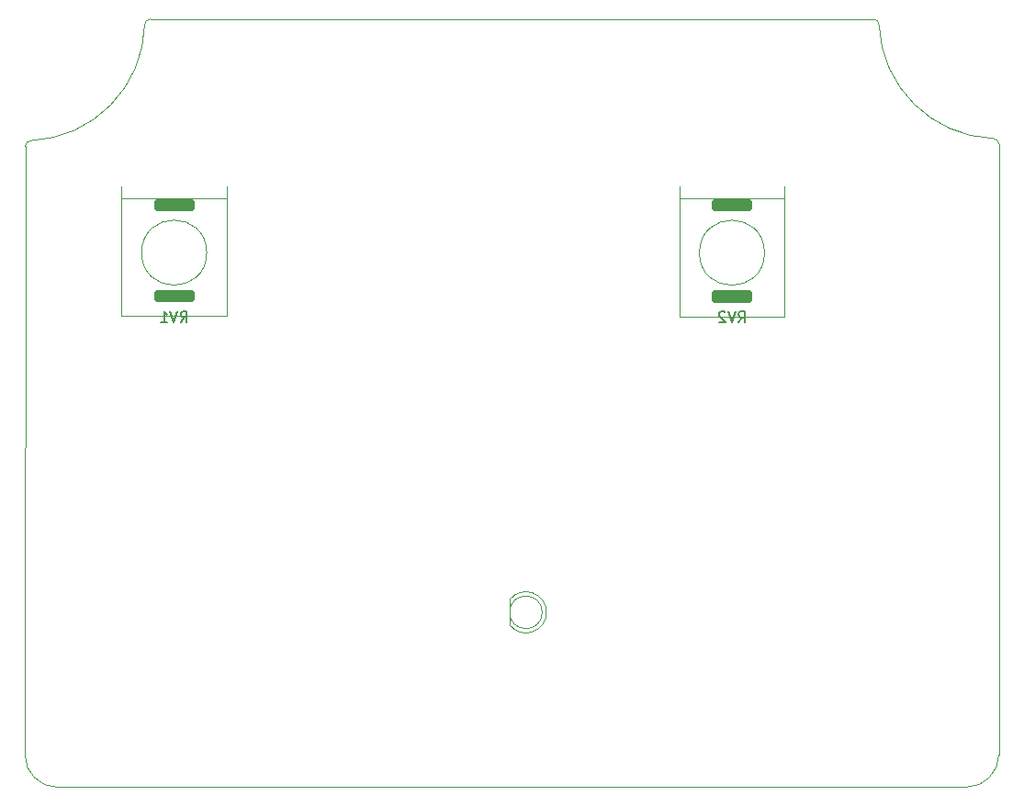
<source format=gbr>
%TF.GenerationSoftware,KiCad,Pcbnew,(6.0.0-0)*%
%TF.CreationDate,2022-01-31T16:21:47-05:00*%
%TF.ProjectId,Valve Wizard Cab Sim,56616c76-6520-4576-997a-617264204361,rev?*%
%TF.SameCoordinates,PX187ff90PY69be500*%
%TF.FileFunction,AssemblyDrawing,Bot*%
%FSLAX46Y46*%
G04 Gerber Fmt 4.6, Leading zero omitted, Abs format (unit mm)*
G04 Created by KiCad (PCBNEW (6.0.0-0)) date 2022-01-31 16:21:47*
%MOMM*%
%LPD*%
G01*
G04 APERTURE LIST*
%TA.AperFunction,Profile*%
%ADD10C,0.100000*%
%TD*%
%ADD11C,0.150000*%
%TA.AperFunction,Profile*%
%ADD12C,0.500000*%
%TD*%
%ADD13C,0.100000*%
G04 APERTURE END LIST*
D10*
X5360000Y11071320D02*
G75*
G03*
X8360000Y8071320I3000001J1D01*
G01*
X95150000Y67390000D02*
G75*
G03*
X94640000Y67900000I-510002J-2D01*
G01*
X5900624Y67700072D02*
G75*
G03*
X5390624Y67190072I2J-510002D01*
G01*
X5360000Y11071320D02*
X5390624Y67190072D01*
X16910624Y78900073D02*
G75*
G03*
X16400624Y78410696I-1J-510434D01*
G01*
X84098752Y78389376D02*
G75*
G03*
X83588752Y78899376I-510002J-2D01*
G01*
X92140000Y8071320D02*
X8360000Y8071320D01*
X5900624Y67700072D02*
G75*
G03*
X16400624Y78410696I-473508J10966267D01*
G01*
X92140000Y8071320D02*
G75*
G03*
X95140000Y11071320I-1J3000001D01*
G01*
X84098752Y78389376D02*
G75*
G03*
X94640000Y67900000I10950523J463299D01*
G01*
X95150000Y67390000D02*
X95140000Y11071320D01*
X16910624Y78900072D02*
X83588752Y78899376D01*
D11*
%TO.C,RV2*%
X71135238Y50937723D02*
X71468571Y51413913D01*
X71706666Y50937723D02*
X71706666Y51937723D01*
X71325714Y51937723D01*
X71230476Y51890103D01*
X71182857Y51842484D01*
X71135238Y51747246D01*
X71135238Y51604389D01*
X71182857Y51509151D01*
X71230476Y51461532D01*
X71325714Y51413913D01*
X71706666Y51413913D01*
X70849523Y51937723D02*
X70516190Y50937723D01*
X70182857Y51937723D01*
X69897142Y51842484D02*
X69849523Y51890103D01*
X69754285Y51937723D01*
X69516190Y51937723D01*
X69420952Y51890103D01*
X69373333Y51842484D01*
X69325714Y51747246D01*
X69325714Y51652008D01*
X69373333Y51509151D01*
X69944761Y50937723D01*
X69325714Y50937723D01*
%TO.C,RV1*%
X19715238Y50947620D02*
X20048571Y51423810D01*
X20286666Y50947620D02*
X20286666Y51947620D01*
X19905714Y51947620D01*
X19810476Y51900000D01*
X19762857Y51852381D01*
X19715238Y51757143D01*
X19715238Y51614286D01*
X19762857Y51519048D01*
X19810476Y51471429D01*
X19905714Y51423810D01*
X20286666Y51423810D01*
X19429523Y51947620D02*
X19096190Y50947620D01*
X18762857Y51947620D01*
X17905714Y50947620D02*
X18477142Y50947620D01*
X18191428Y50947620D02*
X18191428Y51947620D01*
X18286666Y51804762D01*
X18381904Y51709524D01*
X18477142Y51661905D01*
D12*
%TO.C,RV2*%
X68940000Y53020103D02*
X72140000Y53020103D01*
X72140000Y53020103D02*
X72140000Y53620103D01*
X72140000Y53620103D02*
X68940000Y53620103D01*
X68940000Y53620103D02*
X68940000Y53020103D01*
G36*
X68940000Y53020103D02*
G01*
X72140000Y53020103D01*
X72140000Y53620103D01*
X68940000Y53620103D01*
X68940000Y53020103D01*
G37*
X68940000Y61420103D02*
X72140000Y61420103D01*
X72140000Y61420103D02*
X72140000Y62020103D01*
X72140000Y62020103D02*
X68940000Y62020103D01*
X68940000Y62020103D02*
X68940000Y61420103D01*
G36*
X68940000Y61420103D02*
G01*
X72140000Y61420103D01*
X72140000Y62020103D01*
X68940000Y62020103D01*
X68940000Y61420103D01*
G37*
D13*
X65690000Y51500103D02*
X65690000Y63500103D01*
X75390000Y63500103D02*
X75390000Y51500103D01*
X65690000Y62390103D02*
X75390000Y62390103D01*
X75390000Y51500103D02*
X65690000Y51500103D01*
X73540000Y57360103D02*
G75*
G03*
X73540000Y57360103I-3000000J0D01*
G01*
%TO.C,D3*%
X50045000Y23033810D02*
X50045000Y25366190D01*
X50045000Y23033810D02*
G75*
G03*
X50044445Y25365476I1500000J1166190D01*
G01*
X53045000Y24200000D02*
G75*
G03*
X53045000Y24200000I-1500000J0D01*
G01*
D12*
%TO.C,RV1*%
X17520000Y61430000D02*
X20720000Y61430000D01*
X20720000Y61430000D02*
X20720000Y62030000D01*
X20720000Y62030000D02*
X17520000Y62030000D01*
X17520000Y62030000D02*
X17520000Y61430000D01*
G36*
X17520000Y61430000D02*
G01*
X20720000Y61430000D01*
X20720000Y62030000D01*
X17520000Y62030000D01*
X17520000Y61430000D01*
G37*
X17520000Y53030000D02*
X20720000Y53030000D01*
X20720000Y53030000D02*
X20720000Y53630000D01*
X20720000Y53630000D02*
X17520000Y53630000D01*
X17520000Y53630000D02*
X17520000Y53030000D01*
G36*
X17520000Y53030000D02*
G01*
X20720000Y53030000D01*
X20720000Y53630000D01*
X17520000Y53630000D01*
X17520000Y53030000D01*
G37*
D13*
X23970000Y63510000D02*
X23970000Y51510000D01*
X14270000Y51510000D02*
X14270000Y63510000D01*
X14270000Y62400000D02*
X23970000Y62400000D01*
X23970000Y51510000D02*
X14270000Y51510000D01*
X22120000Y57370000D02*
G75*
G03*
X22120000Y57370000I-3000000J0D01*
G01*
%TD*%
M02*

</source>
